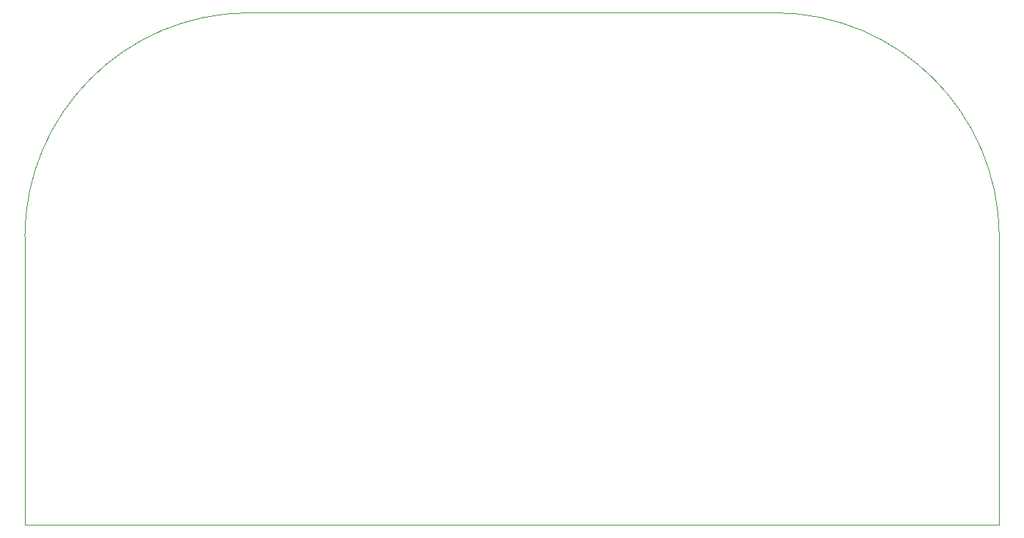
<source format=gm1>
G04 #@! TF.GenerationSoftware,KiCad,Pcbnew,8.0.3*
G04 #@! TF.CreationDate,2024-07-30T16:09:55+10:00*
G04 #@! TF.ProjectId,colecovision_controller,636f6c65-636f-4766-9973-696f6e5f636f,rev?*
G04 #@! TF.SameCoordinates,Original*
G04 #@! TF.FileFunction,Profile,NP*
%FSLAX46Y46*%
G04 Gerber Fmt 4.6, Leading zero omitted, Abs format (unit mm)*
G04 Created by KiCad (PCBNEW 8.0.3) date 2024-07-30 16:09:55*
%MOMM*%
%LPD*%
G01*
G04 APERTURE LIST*
G04 #@! TA.AperFunction,Profile*
%ADD10C,0.101600*%
G04 #@! TD*
G04 APERTURE END LIST*
D10*
X199390000Y-130937000D02*
X86995000Y-130937000D01*
X199393626Y-97663018D02*
X199390000Y-130937000D01*
X173609000Y-71882000D02*
G75*
G02*
X199393632Y-97663018I-123370J-25908020D01*
G01*
X86995000Y-130937000D02*
X86994982Y-97666626D01*
X86994982Y-97666626D02*
G75*
G02*
X112776000Y-71882000I25908018J-123374D01*
G01*
X112776000Y-71882000D02*
X173609000Y-71882000D01*
M02*

</source>
